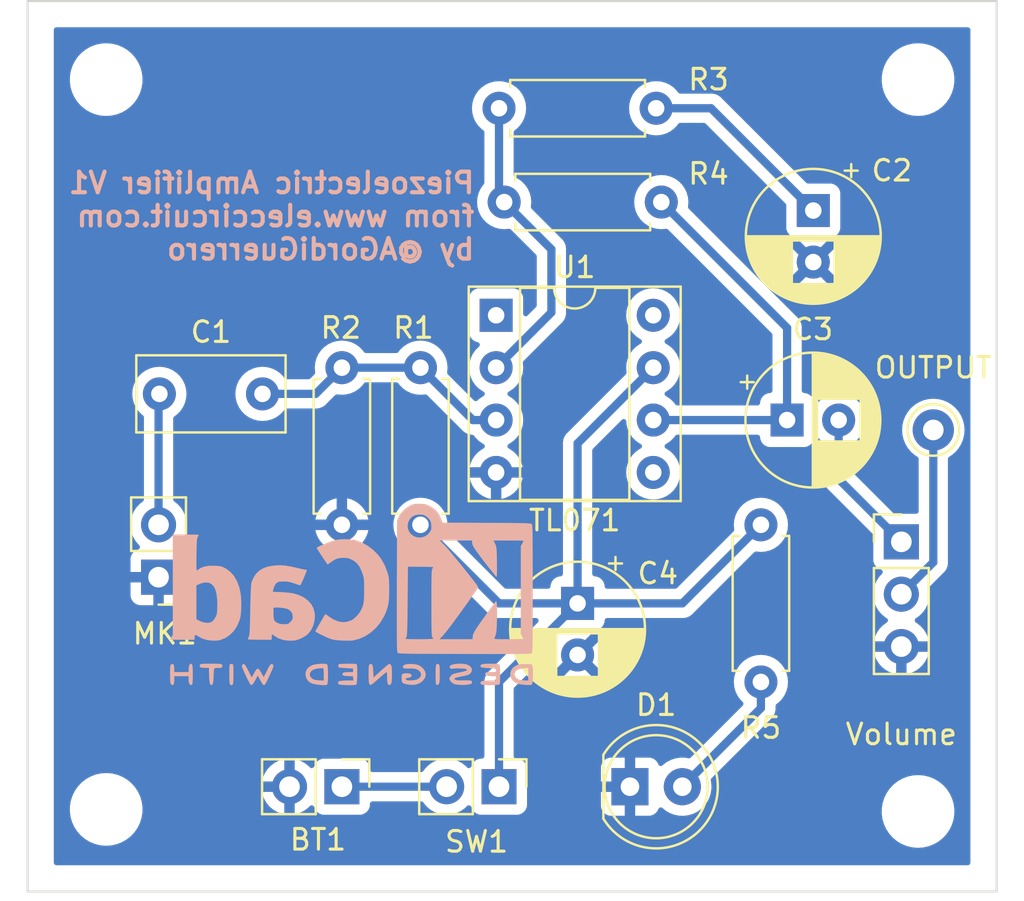
<source format=kicad_pcb>
(kicad_pcb (version 20211014) (generator pcbnew)
  (title_block (title "Curso Kicad Circular Fab 2022 (Preamplicador de celda piezoeléctrica=") (date "2022-06-02") (rev "V1.0") (company "Smart Open Lab. UEx.") (comment 4 "AISLER Project ID: UTVEOWHW"))
  (layers (0 "F.Cu" signal) (31 "B.Cu" signal) (34 "B.Paste" user) (35 "F.Paste" user) (36 "B.SilkS" user "B.Silkscreen") (37 "F.SilkS" user "F.Silkscreen") (38 "B.Mask" user) (39 "F.Mask" user) (44 "Edge.Cuts" user))
  (net 0 "")
  (net 1 "Net-(BT1-Pad1)")
  (net 2 "GND")
  (net 3 "Net-(C1-Pad1)")
  (net 4 "Net-(C1-Pad2)")
  (net 5 "Net-(C2-Pad1)")
  (net 6 "Net-(C3-Pad1)")
  (net 7 "Net-(C3-Pad2)")
  (net 8 "Net-(C4-Pad1)")
  (net 9 "Net-(D1-Pad2)")
  (net 10 "Net-(J1-Pad1)")
  (net 11 "Net-(R3-Pad1)")
  (footprint "MountingHole:MountingHole_2.5mm" (layer "F.Cu") (at 187.96 147.25)
    (fp_text reference "H1" hide)
    (fp_text value "MountingHole")
    (pad "" np_thru_hole circle (at 0 0) (size 2.5 2.5) (drill 2.5) (layers *.Cu *.Mask))
  )
  (footprint "Connector_PinHeader_2.54mm:PinHeader_1x03_P2.54mm_Vertical" (layer "F.Cu") (at 187.15 134.175)
    (property "Reference" "RV1")
    (property "Value" "R_Potentiometer")
    (fp_text reference "Volume" (at 0 9.335) (layer "F.SilkS"))
    (fp_text value "10k")
    (pad "1" thru_hole rect (at 0 0) (size 1.7 1.7) (drill 1) (layers *.Cu *.Mask) (net 7 "Net-(C3-Pad2)"))
    (pad "2" thru_hole oval (at 0 2.54) (size 1.7 1.7) (drill 1) (layers *.Cu *.Mask) (net 10 "Net-(J1-Pad1)"))
    (pad "3" thru_hole oval (at 0 5.08) (size 1.7 1.7) (drill 1) (layers *.Cu *.Mask) (net 2 "GND"))
  )
  (footprint "Resistor_THT:R_Axial_DIN0207_L6.3mm_D2.5mm_P7.62mm_Horizontal" (layer "F.Cu") (at 163.83 133.35 90)
    (property "Reference" "R1")
    (property "Value" "2M2")
    (fp_text reference "R1" (at 9.55 -0.34 180) (layer "F.SilkS"))
    (fp_text value "2M2")
    (pad "1" thru_hole circle (at 0 0 90) (size 1.6 1.6) (drill 0.8) (layers *.Cu *.Mask) (net 8 "Net-(C4-Pad1)"))
    (pad "2" thru_hole oval (at 7.62 0 90) (size 1.6 1.6) (drill 0.8) (layers *.Cu *.Mask) (net 4 "Net-(C1-Pad2)"))
  )
  (footprint "Resistor_THT:R_Axial_DIN0207_L6.3mm_D2.5mm_P7.62mm_Horizontal" (layer "F.Cu") (at 160.02 125.73 -90)
    (fp_text reference "R2" (at -1.93 0.05 180) (layer "F.SilkS"))
    (fp_text value "2M2")
    (pad "1" thru_hole circle (at 0 0 270) (size 1.6 1.6) (drill 0.8) (layers *.Cu *.Mask) (net 4 "Net-(C1-Pad2)"))
    (pad "2" thru_hole oval (at 7.62 0 270) (size 1.6 1.6) (drill 0.8) (layers *.Cu *.Mask) (net 2 "GND"))
  )
  (footprint "Resistor_THT:R_Axial_DIN0207_L6.3mm_D2.5mm_P7.62mm_Horizontal" (layer "F.Cu") (at 180.34 140.97 90)
    (fp_text reference "R5" (at -2.23 0 180) (layer "F.SilkS"))
    (fp_text value "1k" hide)
    (pad "1" thru_hole circle (at 0 0 90) (size 1.6 1.6) (drill 0.8) (layers *.Cu *.Mask) (net 9 "Net-(D1-Pad2)"))
    (pad "2" thru_hole oval (at 7.62 0 90) (size 1.6 1.6) (drill 0.8) (layers *.Cu *.Mask) (net 8 "Net-(C4-Pad1)"))
  )
  (footprint "LED_THT:LED_D5.0mm" (layer "F.Cu") (at 173.99 146.05)
    (fp_text reference "D1" (at 1.27 -3.96) (layer "F.SilkS"))
    (fp_text value "Red")
    (pad "1" thru_hole rect (at 0 0) (size 1.8 1.8) (drill 0.9) (layers *.Cu *.Mask) (net 2 "GND"))
    (pad "2" thru_hole circle (at 2.54 0) (size 1.8 1.8) (drill 0.9) (layers *.Cu *.Mask) (net 9 "Net-(D1-Pad2)"))
  )
  (footprint "Capacitor_THT:CP_Radial_D6.3mm_P2.50mm" (layer "F.Cu") (at 182.88 118.11 -90)
    (property "Reference" "C2")
    (property "Value" "C_Polarized")
    (fp_text reference "C2" (at -1.935241 -3.81 180) (layer "F.SilkS"))
    (fp_text value "10u")
    (pad "1" thru_hole rect (at 0 0 270) (size 1.6 1.6) (drill 0.8) (layers *.Cu *.Mask) (net 5 "Net-(C2-Pad1)"))
    (pad "2" thru_hole circle (at 2.5 0 270) (size 1.6 1.6) (drill 0.8) (layers *.Cu *.Mask) (net 2 "GND"))
  )
  (footprint "Capacitor_THT:CP_Radial_D6.3mm_P2.50mm" (layer "F.Cu") (at 181.61 128.27)
    (fp_text reference "C3" (at 1.25 -4.4) (layer "F.SilkS"))
    (fp_text value "10u")
    (pad "1" thru_hole rect (at 0 0) (size 1.6 1.6) (drill 0.8) (layers *.Cu *.Mask) (net 6 "Net-(C3-Pad1)"))
    (pad "2" thru_hole circle (at 2.5 0) (size 1.6 1.6) (drill 0.8) (layers *.Cu *.Mask) (net 7 "Net-(C3-Pad2)"))
  )
  (footprint "Connector_PinHeader_2.54mm:PinHeader_1x02_P2.54mm_Vertical" (layer "F.Cu") (at 167.64 146.05 -90)
    (property "Reference" "SW1")
    (property "Value" "Switch_SPST")
    (fp_text reference "SW1" (at 2.67 1.09 180) (layer "F.SilkS"))
    (fp_text value "Switch_SPST")
    (pad "1" thru_hole rect (at 0 0 270) (size 1.7 1.7) (drill 1) (layers *.Cu *.Mask) (net 8 "Net-(C4-Pad1)"))
    (pad "2" thru_hole oval (at 0 2.54 270) (size 1.7 1.7) (drill 1) (layers *.Cu *.Mask) (net 1 "Net-(BT1-Pad1)"))
  )
  (footprint "Connector_PinHeader_2.54mm:PinHeader_1x02_P2.54mm_Vertical" (layer "F.Cu") (at 151.13 135.89 180)
    (fp_text reference "MK1" (at -0.3 -2.74) (layer "F.SilkS"))
    (fp_text value "Piezoelectric_cell")
    (pad "1" thru_hole rect (at 0 0 180) (size 1.7 1.7) (drill 1) (layers *.Cu *.Mask) (net 2 "GND"))
    (pad "2" thru_hole oval (at 0 2.54 180) (size 1.7 1.7) (drill 1) (layers *.Cu *.Mask) (net 3 "Net-(C1-Pad1)"))
  )
  (footprint "Capacitor_THT:CP_Radial_D6.3mm_P2.50mm" (layer "F.Cu") (at 171.45 137.16 -90)
    (fp_text reference "C4" (at -1.45 -3.89 180) (layer "F.SilkS"))
    (fp_text value "10u")
    (pad "1" thru_hole rect (at 0 0 270) (size 1.6 1.6) (drill 0.8) (layers *.Cu *.Mask) (net 8 "Net-(C4-Pad1)"))
    (pad "2" thru_hole circle (at 2.5 0 270) (size 1.6 1.6) (drill 0.8) (layers *.Cu *.Mask) (net 2 "GND"))
  )
  (footprint "Resistor_THT:R_Axial_DIN0207_L6.3mm_D2.5mm_P7.62mm_Horizontal" (layer "F.Cu") (at 167.89 117.7)
    (fp_text reference "R4" (at 9.91 -1.37) (layer "F.SilkS"))
    (fp_text value "220k")
    (pad "1" thru_hole circle (at 0 0) (size 1.6 1.6) (drill 0.8) (layers *.Cu *.Mask) (net 11 "Net-(R3-Pad1)"))
    (pad "2" thru_hole oval (at 7.62 0) (size 1.6 1.6) (drill 0.8) (layers *.Cu *.Mask) (net 6 "Net-(C3-Pad1)"))
  )
  (footprint "Resistor_THT:R_Axial_DIN0207_L6.3mm_D2.5mm_P7.62mm_Horizontal" (layer "F.Cu") (at 167.64 113.15)
    (fp_text reference "R3" (at 10.16 -1.39) (layer "F.SilkS"))
    (fp_text value "100k")
    (pad "1" thru_hole circle (at 0 0) (size 1.6 1.6) (drill 0.8) (layers *.Cu *.Mask) (net 11 "Net-(R3-Pad1)"))
    (pad "2" thru_hole oval (at 7.62 0) (size 1.6 1.6) (drill 0.8) (layers *.Cu *.Mask) (net 5 "Net-(C2-Pad1)"))
  )
  (footprint "Capacitor_THT:C_Rect_L7.0mm_W3.5mm_P5.00mm" (layer "F.Cu") (at 151.17 127)
    (property "Reference" "C1")
    (property "Value" "C")
    (fp_text reference "C1" (at 2.5 -3) (layer "F.SilkS"))
    (fp_text value "100n")
    (pad "1" thru_hole circle (at 0 0) (size 1.6 1.6) (drill 0.8) (layers *.Cu *.Mask) (net 3 "Net-(C1-Pad1)"))
    (pad "2" thru_hole circle (at 5 0) (size 1.6 1.6) (drill 0.8) (layers *.Cu *.Mask) (net 4 "Net-(C1-Pad2)"))
  )
  (footprint "MountingHole:MountingHole_2.5mm" (layer "F.Cu") (at 148.59 147.15)
    (fp_text reference "H4" hide)
    (fp_text value "MountingHole")
    (pad "" np_thru_hole circle (at 0 0) (size 2.5 2.5) (drill 2.5) (layers *.Cu *.Mask))
  )
  (footprint "MountingHole:MountingHole_2.5mm" (layer "F.Cu") (at 187.96 111.76)
    (fp_text reference "H3" hide)
    (fp_text value "MountingHole")
    (pad "" np_thru_hole circle (at 0 0) (size 2.5 2.5) (drill 2.5) (layers *.Cu *.Mask))
  )
  (footprint "Connector_PinHeader_2.54mm:PinHeader_1x02_P2.54mm_Vertical" (layer "F.Cu") (at 160.02 146.05 -90)
    (fp_text reference "BT1" (at 2.57 1.16 180) (layer "F.SilkS"))
    (fp_text value "9V")
    (pad "1" thru_hole rect (at 0 0 270) (size 1.7 1.7) (drill 1) (layers *.Cu *.Mask) (net 1 "Net-(BT1-Pad1)"))
    (pad "2" thru_hole oval (at 0 2.54 270) (size 1.7 1.7) (drill 1) (layers *.Cu *.Mask) (net 2 "GND"))
  )
  (footprint "Package_DIP:DIP-8_W7.62mm_Socket" (layer "F.Cu") (at 167.5 123.19)
    (fp_text reference "U1" (at 3.81 -2.33) (layer "F.SilkS"))
    (fp_text value "TL071" (at 3.81 9.95) (layer "F.SilkS"))
    (pad "1" thru_hole rect (at 0 0) (size 1.6 1.6) (drill 0.8) (layers *.Cu *.Mask))
    (pad "2" thru_hole oval (at 0 2.54) (size 1.6 1.6) (drill 0.8) (layers *.Cu *.Mask) (net 11 "Net-(R3-Pad1)"))
    (pad "3" thru_hole oval (at 0 5.08) (size 1.6 1.6) (drill 0.8) (layers *.Cu *.Mask) (net 4 "Net-(C1-Pad2)"))
    (pad "4" thru_hole oval (at 0 7.62) (size 1.6 1.6) (drill 0.8) (layers *.Cu *.Mask) (net 2 "GND"))
    (pad "5" thru_hole oval (at 7.62 7.62) (size 1.6 1.6) (drill 0.8) (layers *.Cu *.Mask))
    (pad "6" thru_hole oval (at 7.62 5.08) (size 1.6 1.6) (drill 0.8) (layers *.Cu *.Mask) (net 6 "Net-(C3-Pad1)"))
    (pad "7" thru_hole oval (at 7.62 2.54) (size 1.6 1.6) (drill 0.8) (layers *.Cu *.Mask) (net 8 "Net-(C4-Pad1)"))
    (pad "8" thru_hole oval (at 7.62 0) (size 1.6 1.6) (drill 0.8) (layers *.Cu *.Mask))
  )
  (footprint "MountingHole:MountingHole_2.5mm" (layer "F.Cu") (at 148.59 111.76)
    (fp_text reference "H2" hide)
    (fp_text value "MountingHole")
    (pad "" np_thru_hole circle (at 0 0) (size 2.5 2.5) (drill 2.5) (layers *.Cu *.Mask))
  )
  (footprint "Connector_Pin:Pin_D1.0mm_L10.0mm" (layer "F.Cu") (at 188.7 128.75)
    (property "Reference" "J1")
    (property "Value" "Conn_01x01_Female")
    (fp_text reference "J1" hide)
    (fp_text value "OUTPUT" (at 0 -3.02) (layer "F.SilkS"))
    (pad "1" thru_hole circle (at 0 0) (size 2 2) (drill 1) (layers *.Cu *.Mask) (net 10 "Net-(J1-Pad1)"))
  )
  (footprint "AGG_mod:logo_designedwithKicad_80x40" (layer "B.Cu") (at 160.62 136.75 180)
    (fp_text reference "G***" hide)
    (fp_text value "LOGO" hide)
  )
  (gr_line (start 191.77 107.95) (end 144.78 107.95) (layer "Edge.Cuts") (width 0.1))
  (gr_line (start 144.78 151.13) (end 191.77 151.13) (layer "Edge.Cuts") (width 0.1))
  (gr_line (start 191.77 151.13) (end 191.77 107.95) (layer "Edge.Cuts") (width 0.1))
  (gr_line (start 144.78 107.95) (end 144.78 151.13) (layer "Edge.Cuts") (width 0.1))
  (gr_text "Piezoelectric Amplifier V1\nfrom www.eleccircuit.com\nby @AGordiGuerrero" (at 166.55 118.38) (layer "B.SilkS") (effects (font (size 1 1) (thickness 0.2)) (justify left mirror)))
  (segment (start 160.02 146.05) (end 165.1 146.05) (width 0.4) (layer "B.Cu") (net 1))
  (segment (start 151.13 127.04) (end 151.17 127) (width 0.4) (layer "B.Cu") (net 3))
  (segment (start 151.13 133.35) (end 151.13 127.04) (width 0.4) (layer "B.Cu") (net 3))
  (segment (start 156.17 127) (end 158.75 127) (width 0.4) (layer "B.Cu") (net 4))
  (segment (start 167.23 128.54) (end 167.5 128.27) (width 0.4) (layer "B.Cu") (net 4))
  (segment (start 163.83 125.73) (end 160.02 125.73) (width 0.4) (layer "B.Cu") (net 4))
  (segment (start 163.83 125.73) (end 166.37 128.27) (width 0.4) (layer "B.Cu") (net 4))
  (segment (start 158.75 127) (end 160.02 125.73) (width 0.4) (layer "B.Cu") (net 4))
  (segment (start 166.37 128.27) (end 167.5 128.27) (width 0.4) (layer "B.Cu") (net 4))
  (segment (start 175.26 113.15) (end 177.92 113.15) (width 0.4) (layer "B.Cu") (net 5))
  (segment (start 177.92 113.15) (end 182.88 118.11) (width 0.4) (layer "B.Cu") (net 5))
  (segment (start 175.51 117.7) (end 181.61 123.8) (width 0.4) (layer "B.Cu") (net 6))
  (segment (start 181.61 128.27) (end 175.12 128.27) (width 0.4) (layer "B.Cu") (net 6))
  (segment (start 181.61 123.8) (end 181.61 128.27) (width 0.4) (layer "B.Cu") (net 6))
  (segment (start 184.11 131.135) (end 187.15 134.175) (width 0.4) (layer "B.Cu") (net 7))
  (segment (start 184.11 128.27) (end 184.11 131.135) (width 0.4) (layer "B.Cu") (net 7))
  (segment (start 167.64 137.16) (end 163.83 133.35) (width 0.4) (layer "B.Cu") (net 8))
  (segment (start 171.45 137.16) (end 176.53 137.16) (width 0.4) (layer "B.Cu") (net 8))
  (segment (start 171.45 137.16) (end 167.64 137.16) (width 0.4) (layer "B.Cu") (net 8))
  (segment (start 176.53 137.16) (end 180.34 133.35) (width 0.4) (layer "B.Cu") (net 8))
  (segment (start 167.64 146.05) (end 167.64 140.97) (width 0.4) (layer "B.Cu") (net 8))
  (segment (start 171.45 137.16) (end 171.45 129.4) (width 0.4) (layer "B.Cu") (net 8))
  (segment (start 167.64 140.97) (end 171.45 137.16) (width 0.4) (layer "B.Cu") (net 8))
  (segment (start 171.45 129.4) (end 175.12 125.73) (width 0.4) (layer "B.Cu") (net 8))
  (segment (start 176.53 146.05) (end 180.34 142.24) (width 0.4) (layer "B.Cu") (net 9))
  (segment (start 180.34 142.24) (end 180.34 140.97) (width 0.4) (layer "B.Cu") (net 9))
  (segment (start 188.7 135.165) (end 188.7 128.75) (width 0.4) (layer "B.Cu") (net 10))
  (segment (start 187.15 136.715) (end 188.7 135.165) (width 0.4) (layer "B.Cu") (net 10))
  (segment (start 170.18 119.99) (end 170.18 123.05) (width 0.4) (layer "B.Cu") (net 11))
  (segment (start 167.64 117.45) (end 167.89 117.7) (width 0.4) (layer "B.Cu") (net 11))
  (segment (start 167.64 113.15) (end 167.64 117.45) (width 0.4) (layer "B.Cu") (net 11))
  (segment (start 167.89 117.7) (end 170.18 119.99) (width 0.4) (layer "B.Cu") (net 11))
  (segment (start 170.18 123.05) (end 167.5 125.73) (width 0.4) (layer "B.Cu") (net 11))
  (zone (net 2) (net_name "GND") (layer "B.Cu") (connect_pads (clearance 0.508)) (min_thickness 0.254) (fill yes (thermal_gap 0.508) (thermal_bridge_width 0.508))
    (polygon (pts (xy 190.5 149.86) (xy 146.05 149.86) (xy 146.05 109.22) (xy 190.5 109.22)))
  )
)
</source>
